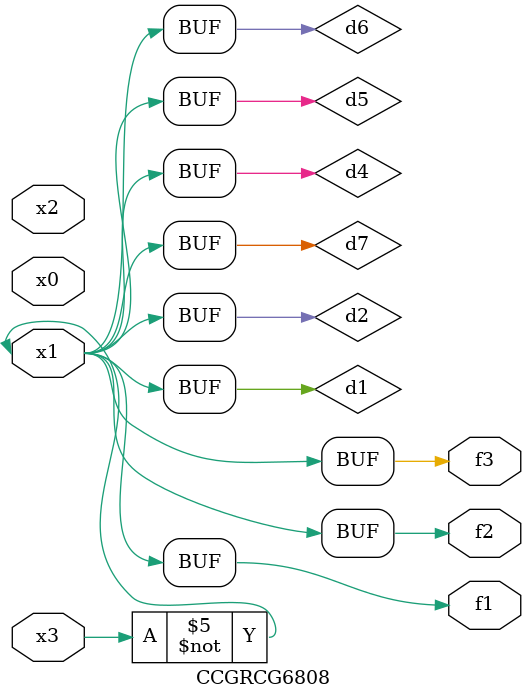
<source format=v>
module CCGRCG6808(
	input x0, x1, x2, x3,
	output f1, f2, f3
);

	wire d1, d2, d3, d4, d5, d6, d7;

	not (d1, x3);
	buf (d2, x1);
	xnor (d3, d1, d2);
	nor (d4, d1);
	buf (d5, d1, d2);
	buf (d6, d4, d5);
	nand (d7, d4);
	assign f1 = d6;
	assign f2 = d7;
	assign f3 = d6;
endmodule

</source>
